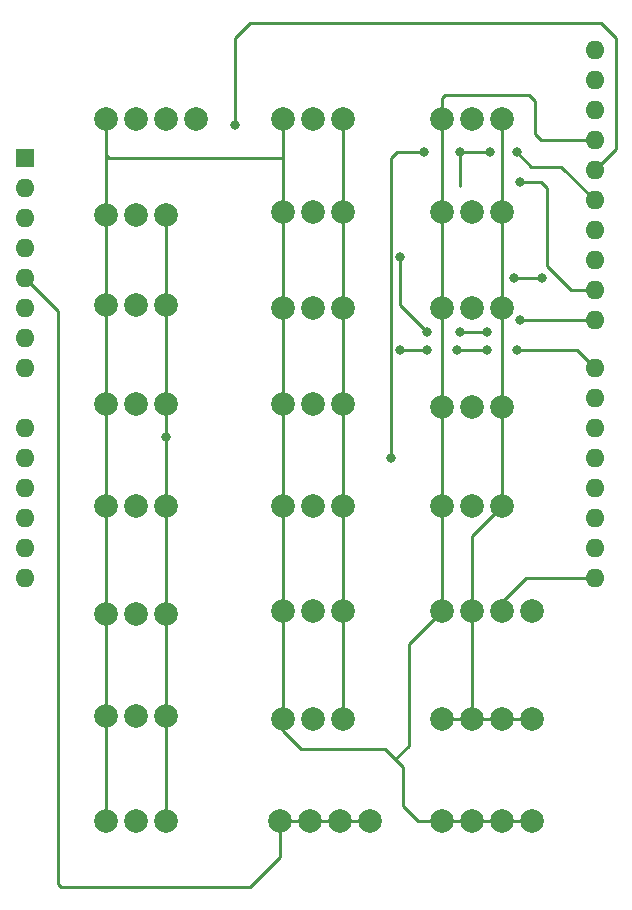
<source format=gbr>
%TF.GenerationSoftware,KiCad,Pcbnew,(5.1.9)-1*%
%TF.CreationDate,2022-11-09T15:03:55+01:00*%
%TF.ProjectId,Wemos UNO,57656d6f-7320-4554-9e4f-2e6b69636164,rev?*%
%TF.SameCoordinates,Original*%
%TF.FileFunction,Copper,L2,Bot*%
%TF.FilePolarity,Positive*%
%FSLAX46Y46*%
G04 Gerber Fmt 4.6, Leading zero omitted, Abs format (unit mm)*
G04 Created by KiCad (PCBNEW (5.1.9)-1) date 2022-11-09 15:03:55*
%MOMM*%
%LPD*%
G01*
G04 APERTURE LIST*
%TA.AperFunction,ComponentPad*%
%ADD10O,1.600000X1.600000*%
%TD*%
%TA.AperFunction,ComponentPad*%
%ADD11R,1.600000X1.600000*%
%TD*%
%TA.AperFunction,ComponentPad*%
%ADD12C,2.000000*%
%TD*%
%TA.AperFunction,ViaPad*%
%ADD13C,0.800000*%
%TD*%
%TA.AperFunction,Conductor*%
%ADD14C,0.250000*%
%TD*%
G04 APERTURE END LIST*
D10*
%TO.P,A1,32*%
%TO.N,Net-(A1-Pad32)*%
X159512000Y-47756000D03*
%TO.P,A1,31*%
%TO.N,Net-(A1-Pad31)*%
X159512000Y-50296000D03*
D11*
%TO.P,A1,1*%
%TO.N,Net-(A1-Pad1)*%
X111252000Y-56896000D03*
D10*
%TO.P,A1,17*%
%TO.N,Net-(A1-Pad17)*%
X159512000Y-87376000D03*
%TO.P,A1,2*%
%TO.N,Net-(A1-Pad2)*%
X111252000Y-59436000D03*
%TO.P,A1,18*%
%TO.N,Net-(A1-Pad18)*%
X159512000Y-84836000D03*
%TO.P,A1,3*%
%TO.N,Net-(A1-Pad3)*%
X111252000Y-61976000D03*
%TO.P,A1,19*%
%TO.N,Net-(A1-Pad19)*%
X159512000Y-82296000D03*
%TO.P,A1,4*%
%TO.N,Net-(A1-Pad4)*%
X111252000Y-64516000D03*
%TO.P,A1,20*%
%TO.N,Net-(A1-Pad20)*%
X159512000Y-79756000D03*
%TO.P,A1,5*%
%TO.N,Net-(A1-Pad5)*%
X111252000Y-67056000D03*
%TO.P,A1,21*%
%TO.N,Net-(A1-Pad21)*%
X159512000Y-77216000D03*
%TO.P,A1,6*%
%TO.N,Net-(A1-Pad6)*%
X111252000Y-69596000D03*
%TO.P,A1,22*%
%TO.N,Net-(A1-Pad22)*%
X159512000Y-74676000D03*
%TO.P,A1,7*%
%TO.N,Net-(A1-Pad7)*%
X111252000Y-72136000D03*
%TO.P,A1,23*%
%TO.N,Net-(A1-Pad23)*%
X159512000Y-70616000D03*
%TO.P,A1,8*%
%TO.N,Net-(A1-Pad8)*%
X111252000Y-74676000D03*
%TO.P,A1,24*%
%TO.N,Net-(A1-Pad24)*%
X159512000Y-68076000D03*
%TO.P,A1,9*%
%TO.N,Net-(A1-Pad9)*%
X111252000Y-79756000D03*
%TO.P,A1,25*%
%TO.N,Net-(A1-Pad25)*%
X159512000Y-65536000D03*
%TO.P,A1,10*%
%TO.N,Net-(A1-Pad10)*%
X111252000Y-82296000D03*
%TO.P,A1,26*%
%TO.N,Net-(A1-Pad26)*%
X159512000Y-62996000D03*
%TO.P,A1,11*%
%TO.N,Net-(A1-Pad11)*%
X111252000Y-84836000D03*
%TO.P,A1,27*%
%TO.N,Net-(A1-Pad27)*%
X159512000Y-60456000D03*
%TO.P,A1,12*%
%TO.N,Net-(A1-Pad12)*%
X111252000Y-87376000D03*
%TO.P,A1,28*%
%TO.N,Net-(A1-Pad28)*%
X159512000Y-57916000D03*
%TO.P,A1,13*%
%TO.N,Net-(A1-Pad13)*%
X111252000Y-89916000D03*
%TO.P,A1,29*%
%TO.N,Net-(A1-Pad29)*%
X159512000Y-55376000D03*
%TO.P,A1,14*%
%TO.N,Net-(A1-Pad14)*%
X111252000Y-92456000D03*
%TO.P,A1,30*%
%TO.N,Net-(A1-Pad30)*%
X159512000Y-52836000D03*
%TO.P,A1,15*%
%TO.N,Net-(A1-Pad15)*%
X159512000Y-92456000D03*
%TO.P,A1,16*%
%TO.N,Net-(A1-Pad16)*%
X159512000Y-89916000D03*
%TD*%
D12*
%TO.P,IO02,3*%
%TO.N,Net-(A1-Pad4)*%
X123190000Y-69342000D03*
%TO.P,IO02,2*%
%TO.N,Net-(A1-Pad9)*%
X120650000Y-69342000D03*
%TO.P,IO02,1*%
%TO.N,Net-(A1-Pad29)*%
X118110000Y-69342000D03*
%TD*%
%TO.P,IO26,3*%
%TO.N,Net-(A1-Pad4)*%
X151638000Y-86360000D03*
%TO.P,IO26,2*%
%TO.N,Net-(A1-Pad17)*%
X149098000Y-86360000D03*
%TO.P,IO26,1*%
%TO.N,Net-(A1-Pad29)*%
X146558000Y-86360000D03*
%TD*%
%TO.P,IO25,1*%
%TO.N,Net-(A1-Pad29)*%
X146558000Y-77978000D03*
%TO.P,IO25,2*%
%TO.N,Net-(A1-Pad18)*%
X149098000Y-77978000D03*
%TO.P,IO25,3*%
%TO.N,Net-(A1-Pad4)*%
X151638000Y-77978000D03*
%TD*%
%TO.P,IO17,3*%
%TO.N,Net-(A1-Pad4)*%
X151638000Y-69596000D03*
%TO.P,IO17,2*%
%TO.N,Net-(A1-Pad19)*%
X149098000Y-69596000D03*
%TO.P,IO17,1*%
%TO.N,Net-(A1-Pad29)*%
X146558000Y-69596000D03*
%TD*%
%TO.P,IO16,1*%
%TO.N,Net-(A1-Pad29)*%
X146558000Y-61468000D03*
%TO.P,IO16,2*%
%TO.N,Net-(A1-Pad20)*%
X149098000Y-61468000D03*
%TO.P,IO16,3*%
%TO.N,Net-(A1-Pad4)*%
X151638000Y-61468000D03*
%TD*%
%TO.P,IO27,3*%
%TO.N,Net-(A1-Pad4)*%
X151638000Y-53594000D03*
%TO.P,IO27,2*%
%TO.N,Net-(A1-Pad21)*%
X149098000Y-53594000D03*
%TO.P,IO27,1*%
%TO.N,Net-(A1-Pad29)*%
X146558000Y-53594000D03*
%TD*%
%TO.P,IO14,1*%
%TO.N,Net-(A1-Pad29)*%
X133096000Y-69596000D03*
%TO.P,IO14,2*%
%TO.N,Net-(A1-Pad22)*%
X135636000Y-69596000D03*
%TO.P,IO14,3*%
%TO.N,Net-(A1-Pad4)*%
X138176000Y-69596000D03*
%TD*%
%TO.P,IO12,1*%
%TO.N,Net-(A1-Pad29)*%
X133096000Y-61468000D03*
%TO.P,IO12,2*%
%TO.N,Net-(A1-Pad23)*%
X135636000Y-61468000D03*
%TO.P,IO12,3*%
%TO.N,Net-(A1-Pad4)*%
X138176000Y-61468000D03*
%TD*%
%TO.P,IO13,3*%
%TO.N,Net-(A1-Pad4)*%
X138176000Y-53594000D03*
%TO.P,IO13,2*%
%TO.N,Net-(A1-Pad24)*%
X135636000Y-53594000D03*
%TO.P,IO13,1*%
%TO.N,Net-(A1-Pad29)*%
X133096000Y-53594000D03*
%TD*%
%TO.P,IO05,1*%
%TO.N,Net-(A1-Pad29)*%
X133096000Y-104394000D03*
%TO.P,IO05,2*%
%TO.N,Net-(A1-Pad25)*%
X135636000Y-104394000D03*
%TO.P,IO05,3*%
%TO.N,Net-(A1-Pad4)*%
X138176000Y-104394000D03*
%TD*%
%TO.P,IO23,3*%
%TO.N,Net-(A1-Pad4)*%
X138176000Y-95250000D03*
%TO.P,IO23,2*%
%TO.N,Net-(A1-Pad26)*%
X135636000Y-95250000D03*
%TO.P,IO23,1*%
%TO.N,Net-(A1-Pad29)*%
X133096000Y-95250000D03*
%TD*%
%TO.P,IO19,1*%
%TO.N,Net-(A1-Pad29)*%
X133096000Y-86360000D03*
%TO.P,IO19,2*%
%TO.N,Net-(A1-Pad27)*%
X135636000Y-86360000D03*
%TO.P,IO19,3*%
%TO.N,Net-(A1-Pad4)*%
X138176000Y-86360000D03*
%TD*%
%TO.P,IO18,3*%
%TO.N,Net-(A1-Pad4)*%
X138176000Y-77724000D03*
%TO.P,IO18,2*%
%TO.N,Net-(A1-Pad28)*%
X135636000Y-77724000D03*
%TO.P,IO18,1*%
%TO.N,Net-(A1-Pad29)*%
X133096000Y-77724000D03*
%TD*%
%TO.P,GND,1*%
%TO.N,Net-(A1-Pad29)*%
X146558000Y-113030000D03*
%TO.P,GND,2*%
X149098000Y-113030000D03*
%TO.P,GND,3*%
X151638000Y-113030000D03*
%TO.P,GND,4*%
X154178000Y-113030000D03*
%TD*%
%TO.P,5V,4*%
%TO.N,Net-(A1-Pad5)*%
X140462000Y-113030000D03*
%TO.P,5V,3*%
X137922000Y-113030000D03*
%TO.P,5V,2*%
X135382000Y-113030000D03*
%TO.P,5V,1*%
X132842000Y-113030000D03*
%TD*%
%TO.P,3.3V,1*%
%TO.N,Net-(A1-Pad4)*%
X146558000Y-104394000D03*
%TO.P,3.3V,2*%
X149098000Y-104394000D03*
%TO.P,3.3V,3*%
X151638000Y-104394000D03*
%TO.P,3.3V,4*%
X154178000Y-104394000D03*
%TD*%
%TO.P,G RST V,1*%
%TO.N,Net-(A1-Pad29)*%
X118110000Y-61722000D03*
%TO.P,G RST V,2*%
%TO.N,Net-(A1-Pad3)*%
X120650000Y-61722000D03*
%TO.P,G RST V,3*%
%TO.N,Net-(A1-Pad4)*%
X123190000Y-61722000D03*
%TD*%
%TO.P,IO04,3*%
%TO.N,Net-(A1-Pad4)*%
X123190000Y-77724000D03*
%TO.P,IO04,2*%
%TO.N,Net-(A1-Pad10)*%
X120650000Y-77724000D03*
%TO.P,IO04,1*%
%TO.N,Net-(A1-Pad29)*%
X118110000Y-77724000D03*
%TD*%
%TO.P,IO35,1*%
%TO.N,Net-(A1-Pad29)*%
X118110000Y-86360000D03*
%TO.P,IO35,2*%
%TO.N,Net-(A1-Pad11)*%
X120650000Y-86360000D03*
%TO.P,IO35,3*%
%TO.N,Net-(A1-Pad4)*%
X123190000Y-86360000D03*
%TD*%
%TO.P,IO34,3*%
%TO.N,Net-(A1-Pad4)*%
X123190000Y-95504000D03*
%TO.P,IO34,2*%
%TO.N,Net-(A1-Pad12)*%
X120650000Y-95504000D03*
%TO.P,IO34,1*%
%TO.N,Net-(A1-Pad29)*%
X118110000Y-95504000D03*
%TD*%
%TO.P,IO36,1*%
%TO.N,Net-(A1-Pad29)*%
X118110000Y-104140000D03*
%TO.P,IO36,2*%
%TO.N,Net-(A1-Pad13)*%
X120650000Y-104140000D03*
%TO.P,IO36,3*%
%TO.N,Net-(A1-Pad4)*%
X123190000Y-104140000D03*
%TD*%
%TO.P,IO39,3*%
%TO.N,Net-(A1-Pad4)*%
X123190000Y-113030000D03*
%TO.P,IO39,2*%
%TO.N,Net-(A1-Pad14)*%
X120650000Y-113030000D03*
%TO.P,IO39,1*%
%TO.N,Net-(A1-Pad29)*%
X118110000Y-113030000D03*
%TD*%
%TO.P,G V SCL SDA,1*%
%TO.N,Net-(A1-Pad29)*%
X118110000Y-53594000D03*
%TO.P,G V SCL SDA,2*%
%TO.N,Net-(A1-Pad4)*%
X120650000Y-53594000D03*
%TO.P,G V SCL SDA,3*%
%TO.N,Net-(A1-Pad32)*%
X123190000Y-53594000D03*
%TO.P,G V SCL SDA,4*%
%TO.N,Net-(A1-Pad31)*%
X125730000Y-53594000D03*
%TD*%
%TO.P,Rx Tx,4*%
%TO.N,Net-(A1-Pad16)*%
X154178000Y-95250000D03*
%TO.P,Rx Tx,3*%
%TO.N,Net-(A1-Pad15)*%
X151638000Y-95250000D03*
%TO.P,Rx Tx,2*%
%TO.N,Net-(A1-Pad4)*%
X149098000Y-95250000D03*
%TO.P,Rx Tx,1*%
%TO.N,Net-(A1-Pad29)*%
X146558000Y-95250000D03*
%TD*%
D13*
%TO.N,Net-(A1-Pad4)*%
X123190000Y-80518000D03*
%TO.N,Net-(A1-Pad22)*%
X152908000Y-73152000D03*
X150368000Y-73152000D03*
X147828000Y-73152000D03*
X145288000Y-73152000D03*
X143002000Y-73152000D03*
%TO.N,Net-(A1-Pad23)*%
X153162000Y-70612000D03*
X150368000Y-71628000D03*
X148082000Y-71628000D03*
X145288000Y-71628000D03*
X143002000Y-65278000D03*
%TO.N,Net-(A1-Pad24)*%
X153162000Y-58928000D03*
%TO.N,Net-(A1-Pad26)*%
X152654000Y-67056000D03*
X155099010Y-67056000D03*
%TO.N,Net-(A1-Pad27)*%
X152908000Y-56388000D03*
X150626653Y-56383347D03*
X148086653Y-56383347D03*
X145038653Y-56383347D03*
X142240000Y-82296000D03*
%TO.N,Net-(A1-Pad28)*%
X129032000Y-54102000D03*
%TD*%
D14*
%TO.N,Net-(A1-Pad4)*%
X123190000Y-113030000D02*
X123190000Y-104140000D01*
X123190000Y-104140000D02*
X123190000Y-95504000D01*
X123190000Y-95504000D02*
X123190000Y-86360000D01*
X123190000Y-77724000D02*
X123190000Y-69342000D01*
X123190000Y-69342000D02*
X123190000Y-61722000D01*
X138176000Y-53594000D02*
X138176000Y-61468000D01*
X138176000Y-61468000D02*
X138176000Y-69596000D01*
X138176000Y-69596000D02*
X138176000Y-77724000D01*
X138176000Y-77724000D02*
X138176000Y-86360000D01*
X138176000Y-86360000D02*
X138176000Y-95250000D01*
X138176000Y-95250000D02*
X138176000Y-104394000D01*
X154178000Y-104394000D02*
X151638000Y-104394000D01*
X149098000Y-104394000D02*
X146558000Y-104394000D01*
X146558000Y-104394000D02*
X151638000Y-104394000D01*
X149098000Y-104394000D02*
X149098000Y-95250000D01*
X149098000Y-88900000D02*
X151638000Y-86360000D01*
X149098000Y-95250000D02*
X149098000Y-88900000D01*
X151638000Y-86360000D02*
X151638000Y-77978000D01*
X151638000Y-77978000D02*
X151638000Y-69596000D01*
X151638000Y-69596000D02*
X151638000Y-61468000D01*
X151638000Y-61468000D02*
X151638000Y-53594000D01*
X123190000Y-86360000D02*
X123190000Y-80518000D01*
X123190000Y-80518000D02*
X123190000Y-77724000D01*
%TO.N,Net-(A1-Pad5)*%
X111252000Y-67056000D02*
X114046000Y-69850000D01*
X114046000Y-69850000D02*
X114046000Y-118364000D01*
X114046000Y-118364000D02*
X114300000Y-118618000D01*
X114300000Y-118618000D02*
X130302000Y-118618000D01*
X132842000Y-116078000D02*
X132842000Y-113030000D01*
X130302000Y-118618000D02*
X132842000Y-116078000D01*
X132842000Y-113030000D02*
X135382000Y-113030000D01*
X135382000Y-113030000D02*
X137922000Y-113030000D01*
X137922000Y-113030000D02*
X140462000Y-113030000D01*
%TO.N,Net-(A1-Pad22)*%
X159512000Y-74676000D02*
X157988000Y-73152000D01*
X157988000Y-73152000D02*
X152908000Y-73152000D01*
X150368000Y-73152000D02*
X147828000Y-73152000D01*
X145288000Y-73152000D02*
X143002000Y-73152000D01*
%TO.N,Net-(A1-Pad23)*%
X159512000Y-70616000D02*
X153166000Y-70616000D01*
X153166000Y-70616000D02*
X153162000Y-70612000D01*
X150368000Y-71628000D02*
X148082000Y-71628000D01*
X145288000Y-71628000D02*
X143002000Y-69342000D01*
X143002000Y-69342000D02*
X143002000Y-65278000D01*
%TO.N,Net-(A1-Pad24)*%
X153162000Y-58928000D02*
X154940000Y-58928000D01*
X154940000Y-58928000D02*
X155448000Y-59436000D01*
X155448000Y-59436000D02*
X155448000Y-66040000D01*
X157484000Y-68076000D02*
X159512000Y-68076000D01*
X155448000Y-66040000D02*
X157484000Y-68076000D01*
%TO.N,Net-(A1-Pad26)*%
X152654000Y-67056000D02*
X155099010Y-67056000D01*
%TO.N,Net-(A1-Pad27)*%
X159512000Y-60456000D02*
X156714000Y-57658000D01*
X156714000Y-57658000D02*
X156714000Y-57654000D01*
X156714000Y-57654000D02*
X154174000Y-57654000D01*
X154174000Y-57654000D02*
X152908000Y-56388000D01*
X150626653Y-56383347D02*
X148086653Y-56383347D01*
X148086653Y-56383347D02*
X148086653Y-59250347D01*
X145038653Y-56383347D02*
X142752653Y-56383347D01*
X142752653Y-56383347D02*
X142240000Y-56896000D01*
X142240000Y-56896000D02*
X142240000Y-82296000D01*
%TO.N,Net-(A1-Pad28)*%
X159512000Y-57916000D02*
X161290000Y-56138000D01*
X161290000Y-56138000D02*
X161290000Y-46736000D01*
X161290000Y-46736000D02*
X160020000Y-45466000D01*
X160020000Y-45466000D02*
X130556000Y-45466000D01*
X130556000Y-45466000D02*
X130302000Y-45466000D01*
X130302000Y-45466000D02*
X129032000Y-46736000D01*
X129032000Y-46736000D02*
X129032000Y-54102000D01*
%TO.N,Net-(A1-Pad29)*%
X118110000Y-61722000D02*
X118110000Y-69342000D01*
X118110000Y-77724000D02*
X118110000Y-69342000D01*
X118110000Y-86360000D02*
X118110000Y-95504000D01*
X118110000Y-95504000D02*
X118110000Y-104140000D01*
X118110000Y-104140000D02*
X118110000Y-113030000D01*
X118110000Y-77724000D02*
X118110000Y-78486000D01*
X118110000Y-78232000D02*
X118110000Y-78486000D01*
X118110000Y-78486000D02*
X118110000Y-86360000D01*
X133096000Y-104394000D02*
X133096000Y-95250000D01*
X133096000Y-95250000D02*
X133096000Y-86360000D01*
X133096000Y-86360000D02*
X133096000Y-77724000D01*
X133096000Y-77724000D02*
X133096000Y-69596000D01*
X133096000Y-69596000D02*
X133096000Y-61468000D01*
X118364000Y-56896000D02*
X118110000Y-56642000D01*
X133096000Y-56896000D02*
X118364000Y-56896000D01*
X133096000Y-61468000D02*
X133096000Y-56896000D01*
X133096000Y-56896000D02*
X133096000Y-53594000D01*
X118110000Y-53594000D02*
X118110000Y-56642000D01*
X118110000Y-56642000D02*
X118110000Y-61722000D01*
X154178000Y-113030000D02*
X151638000Y-113030000D01*
X151638000Y-113030000D02*
X149098000Y-113030000D01*
X149098000Y-113030000D02*
X146558000Y-113030000D01*
X146558000Y-113030000D02*
X144526000Y-113030000D01*
X144526000Y-113030000D02*
X143256000Y-111760000D01*
X143256000Y-111760000D02*
X143256000Y-108458000D01*
X141732000Y-106934000D02*
X134620000Y-106934000D01*
X133096000Y-105410000D02*
X133096000Y-104394000D01*
X134620000Y-106934000D02*
X133096000Y-105410000D01*
X146558000Y-95250000D02*
X143764000Y-98044000D01*
X143764000Y-98044000D02*
X143764000Y-106680000D01*
X143764000Y-106680000D02*
X142621000Y-107823000D01*
X143256000Y-108458000D02*
X142621000Y-107823000D01*
X142621000Y-107823000D02*
X141732000Y-106934000D01*
X146558000Y-53594000D02*
X146558000Y-61468000D01*
X146558000Y-61468000D02*
X146558000Y-69596000D01*
X146558000Y-69596000D02*
X146558000Y-77978000D01*
X146558000Y-77978000D02*
X146558000Y-86360000D01*
X146558000Y-86360000D02*
X146558000Y-95250000D01*
X159512000Y-55376000D02*
X154944000Y-55376000D01*
X154944000Y-55376000D02*
X154432000Y-54864000D01*
X154432000Y-54864000D02*
X154432000Y-52070000D01*
X154432000Y-52070000D02*
X153924000Y-51562000D01*
X153924000Y-51562000D02*
X146812000Y-51562000D01*
X146558000Y-51816000D02*
X146558000Y-53594000D01*
X146812000Y-51562000D02*
X146558000Y-51816000D01*
%TO.N,Net-(A1-Pad15)*%
X159512000Y-92456000D02*
X153670000Y-92456000D01*
X151638000Y-94488000D02*
X151638000Y-95250000D01*
X153670000Y-92456000D02*
X151638000Y-94488000D01*
%TD*%
M02*

</source>
